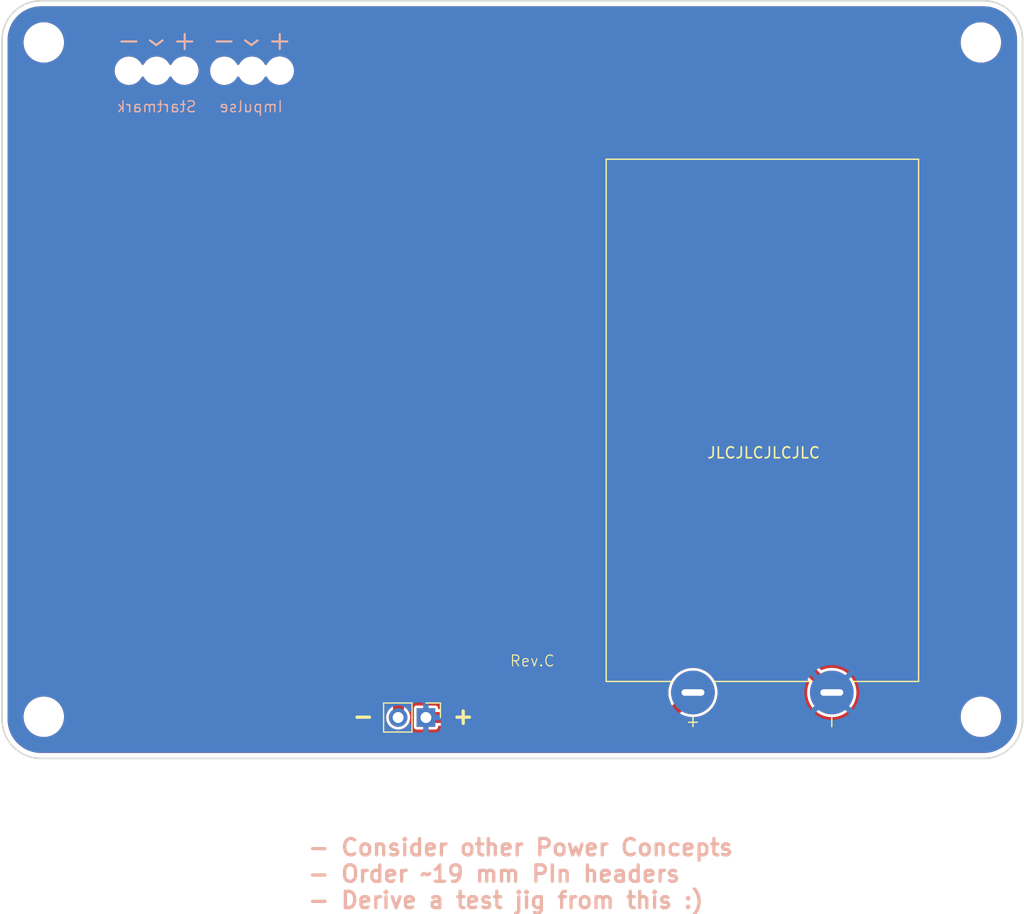
<source format=kicad_pcb>
(kicad_pcb (version 20240108) (generator "pcbnew") (generator_version "8.0")
  (layers (0 "F.Cu" signal) (31 "B.Cu" signal) (34 "B.Paste" user) (35 "F.Paste" user) (36 "B.SilkS" user "B.Silkscreen") (37 "F.SilkS" user "F.Silkscreen") (38 "B.Mask" user) (39 "F.Mask" user) (44 "Edge.Cuts" user))
  (net 0 "")
  (net 1 "GND")
  (footprint "Peacemans Teile:MountingHole_2.1mm_just_hole" (layer "F.Cu") (at 112.522 66.294)
    (property "Reference" "REF**" (hide yes))
    (property "Value" "MountingHole_2.1mm_just_hole")
    (pad "" np_thru_hole circle (at 0 0) (size 2.1 2.1) (drill 2.1) (layers "F&B.Cu" "*.Mask"))
  )
  (footprint "Connector_PinHeader_2.54mm:PinHeader_1x02_P2.54mm_Vertical" (layer "F.Cu") (at 134.62 125.5 -90)
    (property "Reference" "J14" (hide yes))
    (property "Value" "Pwr Pins")
    (fp_line (start -1.33 3.87) (end 1.33 3.87) (stroke (width 0.12)) (layer "F.SilkS"))
    (fp_line (start -1.33 1.27) (end -1.33 3.87) (stroke (width 0.12)) (layer "F.SilkS"))
    (fp_line (start -1.33 1.27) (end 1.33 1.27) (stroke (width 0.12)) (layer "F.SilkS"))
    (fp_line (start 1.33 1.27) (end 1.33 3.87) (stroke (width 0.12)) (layer "F.SilkS"))
    (fp_line (start -1.33 0) (end -1.33 -1.33) (stroke (width 0.12)) (layer "F.SilkS"))
    (fp_line (start -1.33 -1.33) (end 0 -1.33) (stroke (width 0.12)) (layer "F.SilkS"))
    (pad "1" thru_hole rect (at 0 0 270) (size 1.7 1.7) (drill 1) (layers "*.Cu" "*.Mask") (net 1 "GND"))
    (pad "2" thru_hole oval (at 0 2.54 270) (size 1.7 1.7) (drill 1) (layers "*.Cu" "*.Mask"))
  )
  (footprint "Peacemans Teile:MountingHole_2.1mm_just_hole" (layer "F.Cu") (at 118.71 66.3)
    (property "Reference" "REF**" (hide yes))
    (property "Value" "MountingHole_2.1mm_just_hole")
    (pad "" np_thru_hole circle (at 0 0) (size 2.1 2.1) (drill 2.1) (layers "F&B.Cu" "*.Mask"))
  )
  (footprint "MountingHole:MountingHole_3.2mm_M3" (layer "F.Cu") (at 185.39 63.71)
    (property "Reference" "REFe" (hide yes))
    (property "Value" "MountingHole_3.2mm_M3" (hide yes))
    (pad "" np_thru_hole circle (at 0 0) (size 3.2 3.2) (drill 3.2) (layers "F&B.Cu" "*.Mask"))
  )
  (footprint "MountingHole:MountingHole_3.2mm_M3" (layer "F.Cu") (at 185.39 125.432)
    (property "Reference" "REFe" (hide yes))
    (property "Value" "MountingHole_3.2mm_M3" (hide yes))
    (pad "" np_thru_hole circle (at 0 0) (size 3.2 3.2) (drill 3.2) (layers "F&B.Cu" "*.Mask"))
  )
  (footprint "MountingHole:MountingHole_3.2mm_M3" (layer "F.Cu") (at 99.665 63.71)
    (property "Reference" "REFe" (hide yes))
    (property "Value" "MountingHole_3.2mm_M3" (hide yes))
    (pad "" np_thru_hole circle (at 0 0) (size 3.2 3.2) (drill 3.2) (layers "F&B.Cu" "*.Mask"))
  )
  (footprint "Peacemans Teile:MountingHole_2.1mm_just_hole" (layer "F.Cu") (at 116.178 66.3)
    (property "Reference" "REF**" (hide yes))
    (property "Value" "MountingHole_2.1mm_just_hole")
    (pad "" np_thru_hole circle (at 0 0) (size 2.1 2.1) (drill 2.1) (layers "F&B.Cu" "*.Mask"))
  )
  (footprint "Peacemans Teile:MountingHole_2.1mm_just_hole" (layer "F.Cu") (at 107.45 66.3)
    (property "Reference" "REF**" (hide yes))
    (property "Value" "MountingHole_2.1mm_just_hole")
    (pad "" np_thru_hole circle (at 0 0) (size 2.1 2.1) (drill 2.1) (layers "F&B.Cu" "*.Mask"))
  )
  (footprint "Peacemans Teile:MountingHole_2.1mm_just_hole" (layer "F.Cu") (at 109.982 66.3)
    (property "Reference" "REF**" (hide yes))
    (property "Value" "MountingHole_2.1mm_just_hole")
    (pad "" np_thru_hole circle (at 0 0) (size 2.1 2.1) (drill 2.1) (layers "F&B.Cu" "*.Mask"))
  )
  (footprint "Peacemans Teile:BAT_1291-66-glued" (layer "F.Cu") (at 165.4 98.3 -90)
    (property "Reference" "REF**" (hide yes))
    (property "Value" "BAT_1291-66-glued")
    (fp_line (start -23.9 14.29) (end -23.9 -14.29) (stroke (width 0.127)) (layer "F.SilkS"))
    (fp_line (start 23.9 14.29) (end -23.9 14.29) (stroke (width 0.127)) (layer "F.SilkS"))
    (fp_line (start 23.9 14.29) (end 23.9 8.233) (stroke (width 0.127)) (layer "F.SilkS"))
    (fp_line (start 27.23 6.35) (end 28.03 6.35) (stroke (width 0.127)) (layer "F.SilkS"))
    (fp_line (start 27.63 5.95) (end 27.63 6.75) (stroke (width 0.127)) (layer "F.SilkS"))
    (fp_line (start 23.9 -4.467) (end 23.9 4.467) (stroke (width 0.127)) (layer "F.SilkS"))
    (fp_line (start 27.24 -6.35) (end 28.04 -6.35) (stroke (width 0.127)) (layer "F.SilkS"))
    (fp_line (start -23.9 -14.29) (end 23.9 -14.29) (stroke (width 0.127)) (layer "F.SilkS"))
    (fp_line (start 23.9 -14.29) (end 23.9 -8.233) (stroke (width 0.127)) (layer "F.SilkS"))
    (pad "N" thru_hole circle (at 24.91 -6.35 270) (size 4 4) (drill oval 0.6 2.1) (layers "*.Cu" "*.Mask") (net 1 "GND"))
    (pad "P" thru_hole circle (at 24.91 6.35 270) (size 4 4) (drill oval 0.6 2.1) (layers "*.Cu" "*.Mask"))
  )
  (footprint "MountingHole:MountingHole_3.2mm_M3" (layer "F.Cu") (at 99.665 125.432)
    (property "Reference" "REFe" (hide yes))
    (property "Value" "MountingHole_3.2mm_M3" (hide yes))
    (pad "" np_thru_hole circle (at 0 0) (size 3.2 3.2) (drill 3.2) (layers "F&B.Cu" "*.Mask"))
  )
  (footprint "Peacemans Teile:MountingHole_2.1mm_just_hole" (layer "F.Cu") (at 121.25 66.294)
    (property "Reference" "REF**" (hide yes))
    (property "Value" "MountingHole_2.1mm_just_hole")
    (pad "" np_thru_hole circle (at 0 0) (size 2.1 2.1) (drill 2.1) (layers "F&B.Cu" "*.Mask"))
  )
  (gr_line (start 101.951 129.242) (end 180.31 129.242) (stroke (width 0.15)) (layer "Edge.Cuts"))
  (gr_arc (start 95.855 63.456) (mid 96.896528 60.941528) (end 99.411 59.9) (stroke (width 0.15)) (layer "Edge.Cuts"))
  (gr_line (start 183.104 129.242) (end 185.644 129.242) (stroke (width 0.15)) (layer "Edge.Cuts"))
  (gr_line (start 160.498 59.9) (end 104.364 59.9) (stroke (width 0.15)) (layer "Edge.Cuts"))
  (gr_arc (start 185.644 59.9) (mid 188.158472 60.941528) (end 189.2 63.456) (stroke (width 0.15)) (layer "Edge.Cuts"))
  (gr_line (start 180.31 129.242) (end 183.104 129.242) (stroke (width 0.15)) (layer "Edge.Cuts"))
  (gr_line (start 160.498 59.9) (end 185.644 59.9) (stroke (width 0.15)) (layer "Edge.Cuts"))
  (gr_line (start 99.411 129.242) (end 101.951 129.242) (stroke (width 0.15)) (layer "Edge.Cuts"))
  (gr_line (start 189.2 63.456) (end 189.2 125.686) (stroke (width 0.15)) (layer "Edge.Cuts"))
  (gr_line (start 95.855 63.456) (end 95.855 125.686) (stroke (width 0.15)) (layer "Edge.Cuts"))
  (gr_line (start 99.411 59.9) (end 104.364 59.9) (stroke (width 0.15)) (layer "Edge.Cuts"))
  (gr_arc (start 99.411 129.242) (mid 96.896528 128.200472) (end 95.855 125.686) (stroke (width 0.15)) (layer "Edge.Cuts"))
  (gr_arc (start 189.2 125.686) (mid 188.158472 128.200472) (end 185.644 129.242) (stroke (width 0.15)) (layer "Edge.Cuts"))
  (gr_text "Impulse" (at 118.618 69.596 0) (layer "B.SilkS") (effects (font (size 1 1) (thickness 0.125)) (justify mirror)))
  (gr_text "+" (at 121.252 63.486 -0) (layer "B.SilkS") (effects (font (size 1.8 1.8) (thickness 0.2)) (justify mirror)))
  (gr_text "-" (at 116.152 63.486 -0) (layer "B.SilkS") (effects (font (size 1.8 1.8) (thickness 0.2)) (justify mirror)))
  (gr_text "- Consider other Power Concepts\n- Order ~19 mm PIn headers\n- Derive a test jig from this :)" (at 123.7 143.1 0) (layer "B.SilkS") (effects (font (size 1.5 1.5) (thickness 0.3) (bold yes)) (justify left bottom)))
  (gr_text "^" (at 109.952 62.186 -180) (layer "B.SilkS") (effects (font (size 3 3) (thickness 0.2)) (justify mirror)))
  (gr_text "-" (at 107.452 63.486 -0) (layer "B.SilkS") (effects (font (size 1.8 1.8) (thickness 0.2)) (justify mirror)))
  (gr_text "+" (at 112.552 63.486 -0) (layer "B.SilkS") (effects (font (size 1.8 1.8) (thickness 0.2)) (justify mirror)))
  (gr_text "Startmark" (at 109.982 69.596 0) (layer "B.SilkS") (effects (font (size 1 1) (thickness 0.125)) (justify mirror)))
  (gr_text "^" (at 118.652 62.186 -180) (layer "B.SilkS") (effects (font (size 3 3) (thickness 0.2)) (justify mirror)))
  (gr_text "-" (at 127.762 126.238 0) (layer "F.SilkS") (effects (font (size 1.5 1.5) (thickness 0.3) (bold yes)) (justify left bottom)))
  (gr_text "JLCJLCJLCJLC" (at 160.274 101.854 -0) (layer "F.SilkS") (effects (font (size 1 1)) (justify left bottom)))
  (gr_text "+" (at 136.906 126.238 0) (layer "F.SilkS") (effects (font (size 1.5 1.5) (thickness 0.3) (bold yes)) (justify left bottom)))
  (gr_text "Rev.C" (at 142.24 120.904 0) (layer "F.SilkS") (effects (font (size 1 1) (thickness 0.1)) (justify left bottom)))
  (segment (start 132.115 125.5) (end 132.115 124.335) (width 1) (layer "F.Cu") (net 1))
  (segment (start 134.655 125.5) (end 156.76 125.5) (width 1) (layer "F.Cu") (net 1))
  (segment (start 152.95 123.2) (end 156.262 119.888) (width 1) (layer "F.Cu") (net 1))
  (segment (start 156.262 119.888) (end 168.428 119.888) (width 1) (layer "F.Cu") (net 1))
  (segment (start 168.428 119.888) (end 171.75 123.21) (width 1) (layer "F.Cu") (net 1))
  (segment (start 132.115 124.335) (end 133.25 123.2) (width 1) (layer "F.Cu") (net 1))
  (segment (start 133.25 123.2) (end 152.95 123.2) (width 1) (layer "F.Cu") (net 1))
  (segment (start 156.76 125.5) (end 159.05 123.21) (width 1) (layer "F.Cu") (net 1))
  (zone (net 0) (net_name "") (layer "F.Cu") (connect_pads (clearance 0.25)) (min_thickness 0.25) (fill yes (thermal_gap 0.508) (thermal_bridge_width 0.508))
    (polygon (pts (xy 189.357 59.944) (xy 189.357 128.778) (xy 96.012 128.778) (xy 96.012 59.944)))
  )
  (zone (net 1) (net_name "GND") (layer "B.Cu") (connect_pads (clearance 0.25)) (min_thickness 0.25) (fill yes (thermal_gap 0.508) (thermal_bridge_width 0.508) (island_removal_mode 1) (island_area_min 10))
    (polygon (pts (xy 189.3 59.9) (xy 189.3 128.734) (xy 95.955 128.734) (xy 95.955 59.9)))
  )
)
</source>
